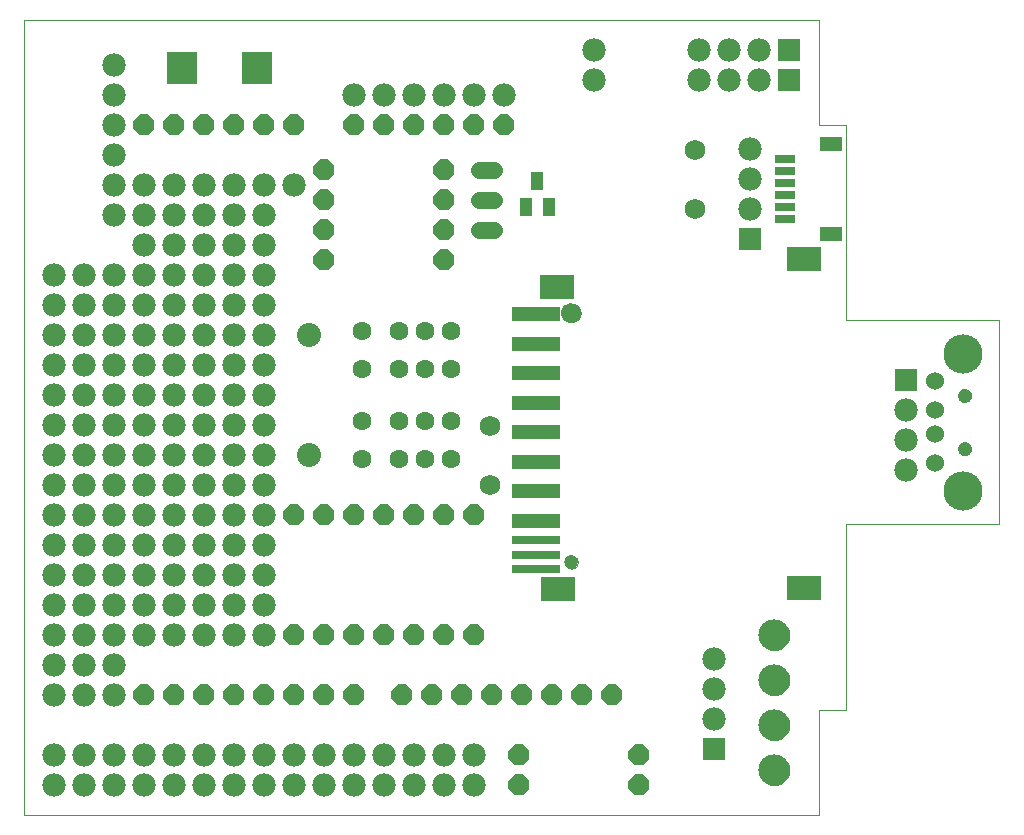
<source format=gts>
G75*
G70*
%OFA0B0*%
%FSLAX24Y24*%
%IPPOS*%
%LPD*%
%AMOC8*
5,1,8,0,0,1.08239X$1,22.5*
%
%ADD10C,0.0000*%
%ADD11C,0.1040*%
%ADD12R,0.1142X0.0827*%
%ADD13R,0.1615X0.0316*%
%ADD14R,0.1615X0.0512*%
%ADD15C,0.0473*%
%ADD16C,0.0670*%
%ADD17OC8,0.0700*%
%ADD18C,0.0560*%
%ADD19C,0.0690*%
%ADD20C,0.0631*%
%ADD21R,0.0650X0.0276*%
%ADD22R,0.0749X0.0512*%
%ADD23R,0.0780X0.0780*%
%ADD24C,0.0780*%
%ADD25C,0.0800*%
%ADD26C,0.0600*%
%ADD27C,0.1306*%
%ADD28R,0.0434X0.0591*%
%ADD29R,0.1044X0.1103*%
D10*
X002390Y000680D02*
X002390Y027176D01*
X028890Y027180D01*
X028890Y023676D01*
X029790Y023680D01*
X029790Y017180D01*
X034890Y017180D01*
X034890Y010380D01*
X029790Y010380D01*
X029790Y004180D01*
X028890Y004180D01*
X028890Y000680D01*
X002390Y000680D01*
X020400Y009113D02*
X020402Y009142D01*
X020408Y009170D01*
X020417Y009198D01*
X020430Y009224D01*
X020447Y009247D01*
X020466Y009269D01*
X020488Y009288D01*
X020513Y009303D01*
X020539Y009316D01*
X020567Y009324D01*
X020595Y009329D01*
X020624Y009330D01*
X020653Y009327D01*
X020681Y009320D01*
X020708Y009310D01*
X020734Y009296D01*
X020757Y009279D01*
X020778Y009259D01*
X020796Y009236D01*
X020811Y009211D01*
X020822Y009184D01*
X020830Y009156D01*
X020834Y009127D01*
X020834Y009099D01*
X020830Y009070D01*
X020822Y009042D01*
X020811Y009015D01*
X020796Y008990D01*
X020778Y008967D01*
X020757Y008947D01*
X020734Y008930D01*
X020708Y008916D01*
X020681Y008906D01*
X020653Y008899D01*
X020624Y008896D01*
X020595Y008897D01*
X020567Y008902D01*
X020539Y008910D01*
X020513Y008923D01*
X020488Y008938D01*
X020466Y008957D01*
X020447Y008979D01*
X020430Y009002D01*
X020417Y009028D01*
X020408Y009056D01*
X020402Y009084D01*
X020400Y009113D01*
X026890Y006680D02*
X026892Y006724D01*
X026898Y006768D01*
X026908Y006811D01*
X026921Y006853D01*
X026938Y006894D01*
X026959Y006933D01*
X026983Y006970D01*
X027010Y007005D01*
X027040Y007037D01*
X027073Y007067D01*
X027109Y007093D01*
X027146Y007117D01*
X027186Y007136D01*
X027227Y007153D01*
X027270Y007165D01*
X027313Y007174D01*
X027357Y007179D01*
X027401Y007180D01*
X027445Y007177D01*
X027489Y007170D01*
X027532Y007159D01*
X027574Y007145D01*
X027614Y007127D01*
X027653Y007105D01*
X027689Y007081D01*
X027723Y007053D01*
X027755Y007022D01*
X027784Y006988D01*
X027810Y006952D01*
X027832Y006914D01*
X027851Y006874D01*
X027866Y006832D01*
X027878Y006790D01*
X027886Y006746D01*
X027890Y006702D01*
X027890Y006658D01*
X027886Y006614D01*
X027878Y006570D01*
X027866Y006528D01*
X027851Y006486D01*
X027832Y006446D01*
X027810Y006408D01*
X027784Y006372D01*
X027755Y006338D01*
X027723Y006307D01*
X027689Y006279D01*
X027653Y006255D01*
X027614Y006233D01*
X027574Y006215D01*
X027532Y006201D01*
X027489Y006190D01*
X027445Y006183D01*
X027401Y006180D01*
X027357Y006181D01*
X027313Y006186D01*
X027270Y006195D01*
X027227Y006207D01*
X027186Y006224D01*
X027146Y006243D01*
X027109Y006267D01*
X027073Y006293D01*
X027040Y006323D01*
X027010Y006355D01*
X026983Y006390D01*
X026959Y006427D01*
X026938Y006466D01*
X026921Y006507D01*
X026908Y006549D01*
X026898Y006592D01*
X026892Y006636D01*
X026890Y006680D01*
X026890Y005180D02*
X026892Y005224D01*
X026898Y005268D01*
X026908Y005311D01*
X026921Y005353D01*
X026938Y005394D01*
X026959Y005433D01*
X026983Y005470D01*
X027010Y005505D01*
X027040Y005537D01*
X027073Y005567D01*
X027109Y005593D01*
X027146Y005617D01*
X027186Y005636D01*
X027227Y005653D01*
X027270Y005665D01*
X027313Y005674D01*
X027357Y005679D01*
X027401Y005680D01*
X027445Y005677D01*
X027489Y005670D01*
X027532Y005659D01*
X027574Y005645D01*
X027614Y005627D01*
X027653Y005605D01*
X027689Y005581D01*
X027723Y005553D01*
X027755Y005522D01*
X027784Y005488D01*
X027810Y005452D01*
X027832Y005414D01*
X027851Y005374D01*
X027866Y005332D01*
X027878Y005290D01*
X027886Y005246D01*
X027890Y005202D01*
X027890Y005158D01*
X027886Y005114D01*
X027878Y005070D01*
X027866Y005028D01*
X027851Y004986D01*
X027832Y004946D01*
X027810Y004908D01*
X027784Y004872D01*
X027755Y004838D01*
X027723Y004807D01*
X027689Y004779D01*
X027653Y004755D01*
X027614Y004733D01*
X027574Y004715D01*
X027532Y004701D01*
X027489Y004690D01*
X027445Y004683D01*
X027401Y004680D01*
X027357Y004681D01*
X027313Y004686D01*
X027270Y004695D01*
X027227Y004707D01*
X027186Y004724D01*
X027146Y004743D01*
X027109Y004767D01*
X027073Y004793D01*
X027040Y004823D01*
X027010Y004855D01*
X026983Y004890D01*
X026959Y004927D01*
X026938Y004966D01*
X026921Y005007D01*
X026908Y005049D01*
X026898Y005092D01*
X026892Y005136D01*
X026890Y005180D01*
X026890Y003680D02*
X026892Y003724D01*
X026898Y003768D01*
X026908Y003811D01*
X026921Y003853D01*
X026938Y003894D01*
X026959Y003933D01*
X026983Y003970D01*
X027010Y004005D01*
X027040Y004037D01*
X027073Y004067D01*
X027109Y004093D01*
X027146Y004117D01*
X027186Y004136D01*
X027227Y004153D01*
X027270Y004165D01*
X027313Y004174D01*
X027357Y004179D01*
X027401Y004180D01*
X027445Y004177D01*
X027489Y004170D01*
X027532Y004159D01*
X027574Y004145D01*
X027614Y004127D01*
X027653Y004105D01*
X027689Y004081D01*
X027723Y004053D01*
X027755Y004022D01*
X027784Y003988D01*
X027810Y003952D01*
X027832Y003914D01*
X027851Y003874D01*
X027866Y003832D01*
X027878Y003790D01*
X027886Y003746D01*
X027890Y003702D01*
X027890Y003658D01*
X027886Y003614D01*
X027878Y003570D01*
X027866Y003528D01*
X027851Y003486D01*
X027832Y003446D01*
X027810Y003408D01*
X027784Y003372D01*
X027755Y003338D01*
X027723Y003307D01*
X027689Y003279D01*
X027653Y003255D01*
X027614Y003233D01*
X027574Y003215D01*
X027532Y003201D01*
X027489Y003190D01*
X027445Y003183D01*
X027401Y003180D01*
X027357Y003181D01*
X027313Y003186D01*
X027270Y003195D01*
X027227Y003207D01*
X027186Y003224D01*
X027146Y003243D01*
X027109Y003267D01*
X027073Y003293D01*
X027040Y003323D01*
X027010Y003355D01*
X026983Y003390D01*
X026959Y003427D01*
X026938Y003466D01*
X026921Y003507D01*
X026908Y003549D01*
X026898Y003592D01*
X026892Y003636D01*
X026890Y003680D01*
X026890Y002180D02*
X026892Y002224D01*
X026898Y002268D01*
X026908Y002311D01*
X026921Y002353D01*
X026938Y002394D01*
X026959Y002433D01*
X026983Y002470D01*
X027010Y002505D01*
X027040Y002537D01*
X027073Y002567D01*
X027109Y002593D01*
X027146Y002617D01*
X027186Y002636D01*
X027227Y002653D01*
X027270Y002665D01*
X027313Y002674D01*
X027357Y002679D01*
X027401Y002680D01*
X027445Y002677D01*
X027489Y002670D01*
X027532Y002659D01*
X027574Y002645D01*
X027614Y002627D01*
X027653Y002605D01*
X027689Y002581D01*
X027723Y002553D01*
X027755Y002522D01*
X027784Y002488D01*
X027810Y002452D01*
X027832Y002414D01*
X027851Y002374D01*
X027866Y002332D01*
X027878Y002290D01*
X027886Y002246D01*
X027890Y002202D01*
X027890Y002158D01*
X027886Y002114D01*
X027878Y002070D01*
X027866Y002028D01*
X027851Y001986D01*
X027832Y001946D01*
X027810Y001908D01*
X027784Y001872D01*
X027755Y001838D01*
X027723Y001807D01*
X027689Y001779D01*
X027653Y001755D01*
X027614Y001733D01*
X027574Y001715D01*
X027532Y001701D01*
X027489Y001690D01*
X027445Y001683D01*
X027401Y001680D01*
X027357Y001681D01*
X027313Y001686D01*
X027270Y001695D01*
X027227Y001707D01*
X027186Y001724D01*
X027146Y001743D01*
X027109Y001767D01*
X027073Y001793D01*
X027040Y001823D01*
X027010Y001855D01*
X026983Y001890D01*
X026959Y001927D01*
X026938Y001966D01*
X026921Y002007D01*
X026908Y002049D01*
X026898Y002092D01*
X026892Y002136D01*
X026890Y002180D01*
X033512Y012894D02*
X033514Y012923D01*
X033520Y012951D01*
X033529Y012979D01*
X033542Y013005D01*
X033559Y013028D01*
X033578Y013050D01*
X033600Y013069D01*
X033625Y013084D01*
X033651Y013097D01*
X033679Y013105D01*
X033707Y013110D01*
X033736Y013111D01*
X033765Y013108D01*
X033793Y013101D01*
X033820Y013091D01*
X033846Y013077D01*
X033869Y013060D01*
X033890Y013040D01*
X033908Y013017D01*
X033923Y012992D01*
X033934Y012965D01*
X033942Y012937D01*
X033946Y012908D01*
X033946Y012880D01*
X033942Y012851D01*
X033934Y012823D01*
X033923Y012796D01*
X033908Y012771D01*
X033890Y012748D01*
X033869Y012728D01*
X033846Y012711D01*
X033820Y012697D01*
X033793Y012687D01*
X033765Y012680D01*
X033736Y012677D01*
X033707Y012678D01*
X033679Y012683D01*
X033651Y012691D01*
X033625Y012704D01*
X033600Y012719D01*
X033578Y012738D01*
X033559Y012760D01*
X033542Y012783D01*
X033529Y012809D01*
X033520Y012837D01*
X033514Y012865D01*
X033512Y012894D01*
X033512Y014666D02*
X033514Y014695D01*
X033520Y014723D01*
X033529Y014751D01*
X033542Y014777D01*
X033559Y014800D01*
X033578Y014822D01*
X033600Y014841D01*
X033625Y014856D01*
X033651Y014869D01*
X033679Y014877D01*
X033707Y014882D01*
X033736Y014883D01*
X033765Y014880D01*
X033793Y014873D01*
X033820Y014863D01*
X033846Y014849D01*
X033869Y014832D01*
X033890Y014812D01*
X033908Y014789D01*
X033923Y014764D01*
X033934Y014737D01*
X033942Y014709D01*
X033946Y014680D01*
X033946Y014652D01*
X033942Y014623D01*
X033934Y014595D01*
X033923Y014568D01*
X033908Y014543D01*
X033890Y014520D01*
X033869Y014500D01*
X033846Y014483D01*
X033820Y014469D01*
X033793Y014459D01*
X033765Y014452D01*
X033736Y014449D01*
X033707Y014450D01*
X033679Y014455D01*
X033651Y014463D01*
X033625Y014476D01*
X033600Y014491D01*
X033578Y014510D01*
X033559Y014532D01*
X033542Y014555D01*
X033529Y014581D01*
X033520Y014609D01*
X033514Y014637D01*
X033512Y014666D01*
X020302Y017420D02*
X020304Y017455D01*
X020310Y017490D01*
X020320Y017524D01*
X020333Y017557D01*
X020350Y017588D01*
X020371Y017616D01*
X020394Y017643D01*
X020421Y017666D01*
X020449Y017687D01*
X020480Y017704D01*
X020513Y017717D01*
X020547Y017727D01*
X020582Y017733D01*
X020617Y017735D01*
X020652Y017733D01*
X020687Y017727D01*
X020721Y017717D01*
X020754Y017704D01*
X020785Y017687D01*
X020813Y017666D01*
X020840Y017643D01*
X020863Y017616D01*
X020884Y017588D01*
X020901Y017557D01*
X020914Y017524D01*
X020924Y017490D01*
X020930Y017455D01*
X020932Y017420D01*
X020930Y017385D01*
X020924Y017350D01*
X020914Y017316D01*
X020901Y017283D01*
X020884Y017252D01*
X020863Y017224D01*
X020840Y017197D01*
X020813Y017174D01*
X020785Y017153D01*
X020754Y017136D01*
X020721Y017123D01*
X020687Y017113D01*
X020652Y017107D01*
X020617Y017105D01*
X020582Y017107D01*
X020547Y017113D01*
X020513Y017123D01*
X020480Y017136D01*
X020449Y017153D01*
X020421Y017174D01*
X020394Y017197D01*
X020371Y017224D01*
X020350Y017252D01*
X020333Y017283D01*
X020320Y017316D01*
X020310Y017350D01*
X020304Y017385D01*
X020302Y017420D01*
D11*
X027390Y006680D03*
X027390Y005180D03*
X027390Y003680D03*
X027390Y002180D03*
D12*
X028373Y008247D03*
X020184Y008208D03*
X020144Y018286D03*
X028373Y019231D03*
D13*
X019436Y009861D03*
X019436Y009349D03*
X019436Y008877D03*
D14*
X019436Y010491D03*
X019436Y011475D03*
X019436Y012460D03*
X019436Y013444D03*
X019436Y014428D03*
X019436Y015412D03*
X019436Y016397D03*
X019436Y017381D03*
D15*
X020617Y009113D03*
X033729Y012894D03*
X033729Y014666D03*
D16*
X020617Y017420D03*
D17*
X016390Y019180D03*
X016390Y020180D03*
X016390Y021180D03*
X016390Y022180D03*
X016390Y023680D03*
X017390Y023680D03*
X018390Y023680D03*
X015390Y023680D03*
X014390Y023680D03*
X013390Y023680D03*
X012390Y022180D03*
X012390Y021180D03*
X012390Y020180D03*
X012390Y019180D03*
X011390Y023680D03*
X010390Y023680D03*
X009390Y023680D03*
X008390Y023680D03*
X007390Y023680D03*
X006390Y023680D03*
X011390Y010680D03*
X012390Y010680D03*
X013390Y010680D03*
X014390Y010680D03*
X015390Y010680D03*
X016390Y010680D03*
X017390Y010680D03*
X017390Y006680D03*
X016390Y006680D03*
X015390Y006680D03*
X014390Y006680D03*
X013390Y006680D03*
X012390Y006680D03*
X011390Y006680D03*
X011390Y004680D03*
X010390Y004680D03*
X009390Y004680D03*
X008390Y004680D03*
X007390Y004680D03*
X006390Y004680D03*
X012390Y004680D03*
X013390Y004680D03*
X014990Y004680D03*
X015990Y004680D03*
X016990Y004680D03*
X017990Y004680D03*
X018990Y004680D03*
X019990Y004680D03*
X020990Y004680D03*
X021990Y004680D03*
X022890Y002680D03*
X022890Y001680D03*
X018890Y001680D03*
X018890Y002680D03*
D18*
X018050Y020180D02*
X017530Y020180D01*
X017530Y021180D02*
X018050Y021180D01*
X018050Y022180D02*
X017530Y022180D01*
D19*
X024760Y022844D03*
X024760Y020876D03*
X017900Y013654D03*
X017900Y011686D03*
D20*
X016622Y012550D03*
X015756Y012550D03*
X014890Y012550D03*
X013630Y012550D03*
X013630Y013810D03*
X014890Y013810D03*
X015756Y013810D03*
X016622Y013810D03*
X016622Y015550D03*
X015756Y015550D03*
X014890Y015550D03*
X013630Y015550D03*
X013630Y016810D03*
X014890Y016810D03*
X015756Y016810D03*
X016622Y016810D03*
D21*
X027740Y020566D03*
X027740Y020960D03*
X027740Y021353D03*
X027740Y021747D03*
X027740Y022141D03*
X027740Y022534D03*
D22*
X029266Y023046D03*
X029266Y020054D03*
D23*
X026590Y019880D03*
X031790Y015180D03*
X027890Y025180D03*
X027890Y026180D03*
X025390Y002880D03*
D24*
X025390Y003880D03*
X025390Y004880D03*
X025390Y005880D03*
X017390Y002680D03*
X016390Y002680D03*
X016390Y001680D03*
X017390Y001680D03*
X015390Y001680D03*
X014390Y001680D03*
X014390Y002680D03*
X015390Y002680D03*
X013390Y002680D03*
X012390Y002680D03*
X012390Y001680D03*
X013390Y001680D03*
X011390Y001680D03*
X010390Y001680D03*
X010390Y002680D03*
X011390Y002680D03*
X009390Y002680D03*
X008390Y002680D03*
X007390Y002680D03*
X007390Y001680D03*
X008390Y001680D03*
X009390Y001680D03*
X006390Y001680D03*
X005390Y001680D03*
X005390Y002680D03*
X006390Y002680D03*
X004390Y002680D03*
X003390Y002680D03*
X003390Y001680D03*
X004390Y001680D03*
X004390Y004680D03*
X003390Y004680D03*
X003390Y005680D03*
X004390Y005680D03*
X004390Y006680D03*
X003390Y006680D03*
X003390Y007680D03*
X004390Y007680D03*
X005390Y007680D03*
X006390Y007680D03*
X007390Y007680D03*
X008390Y007680D03*
X009390Y007680D03*
X010390Y007680D03*
X010390Y006680D03*
X009390Y006680D03*
X008390Y006680D03*
X007390Y006680D03*
X006390Y006680D03*
X005390Y006680D03*
X005390Y005680D03*
X005390Y004680D03*
X005390Y008680D03*
X006390Y008680D03*
X006390Y009680D03*
X005390Y009680D03*
X004390Y009680D03*
X003390Y009680D03*
X003390Y008680D03*
X004390Y008680D03*
X004390Y010680D03*
X003390Y010680D03*
X003390Y011680D03*
X004390Y011680D03*
X005390Y011680D03*
X006390Y011680D03*
X006390Y010680D03*
X005390Y010680D03*
X007390Y010680D03*
X008390Y010680D03*
X009390Y010680D03*
X009390Y011680D03*
X008390Y011680D03*
X007390Y011680D03*
X007390Y012680D03*
X008390Y012680D03*
X009390Y012680D03*
X009390Y013680D03*
X008390Y013680D03*
X007390Y013680D03*
X006390Y013680D03*
X005390Y013680D03*
X005390Y012680D03*
X006390Y012680D03*
X004390Y012680D03*
X003390Y012680D03*
X003390Y013680D03*
X004390Y013680D03*
X004390Y014680D03*
X003390Y014680D03*
X003390Y015680D03*
X004390Y015680D03*
X004390Y016680D03*
X003390Y016680D03*
X003390Y017680D03*
X004390Y017680D03*
X004390Y018680D03*
X003390Y018680D03*
X005390Y018680D03*
X006390Y018680D03*
X006390Y017680D03*
X005390Y017680D03*
X005390Y016680D03*
X006390Y016680D03*
X006390Y015680D03*
X005390Y015680D03*
X005390Y014680D03*
X006390Y014680D03*
X007390Y014680D03*
X008390Y014680D03*
X009390Y014680D03*
X010390Y014680D03*
X010390Y013680D03*
X010390Y012680D03*
X010390Y011680D03*
X010390Y010680D03*
X010390Y009680D03*
X010390Y008680D03*
X009390Y008680D03*
X008390Y008680D03*
X007390Y008680D03*
X007390Y009680D03*
X008390Y009680D03*
X009390Y009680D03*
X009390Y015680D03*
X008390Y015680D03*
X007390Y015680D03*
X007390Y016680D03*
X008390Y016680D03*
X009390Y016680D03*
X010390Y016680D03*
X010390Y015680D03*
X010390Y017680D03*
X010390Y018680D03*
X009390Y018680D03*
X008390Y018680D03*
X007390Y018680D03*
X007390Y017680D03*
X008390Y017680D03*
X009390Y017680D03*
X009390Y019680D03*
X008390Y019680D03*
X007390Y019680D03*
X006390Y019680D03*
X006390Y020680D03*
X005390Y020680D03*
X005390Y021680D03*
X006390Y021680D03*
X007390Y021680D03*
X008390Y021680D03*
X009390Y021680D03*
X009390Y020680D03*
X008390Y020680D03*
X007390Y020680D03*
X005390Y022680D03*
X005390Y023680D03*
X005390Y024680D03*
X005390Y025680D03*
X010390Y021680D03*
X011390Y021680D03*
X010390Y020680D03*
X010390Y019680D03*
X013390Y024680D03*
X014390Y024680D03*
X015390Y024680D03*
X016390Y024680D03*
X017390Y024680D03*
X018390Y024680D03*
X021390Y025180D03*
X021390Y026180D03*
X024890Y026180D03*
X024890Y025180D03*
X025890Y025180D03*
X026890Y025180D03*
X026890Y026180D03*
X025890Y026180D03*
X026590Y022880D03*
X026590Y021880D03*
X026590Y020880D03*
X031790Y014180D03*
X031790Y013180D03*
X031790Y012180D03*
D25*
X011890Y012680D03*
X011890Y016680D03*
D26*
X032745Y015158D03*
X032745Y014174D03*
X032745Y013386D03*
X032745Y012402D03*
D27*
X033690Y011497D03*
X033690Y016063D03*
D28*
X019864Y020947D03*
X019116Y020947D03*
X019490Y021813D03*
D29*
X010138Y025580D03*
X007642Y025580D03*
M02*

</source>
